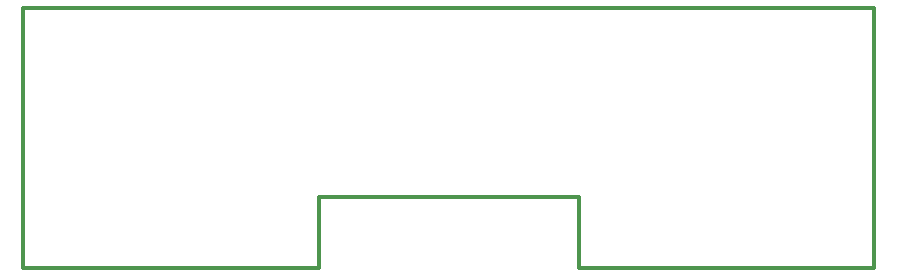
<source format=gbr>
%TF.GenerationSoftware,KiCad,Pcbnew,7.0.10-7.0.10~ubuntu22.04.1*%
%TF.CreationDate,2024-08-03T23:28:12-07:00*%
%TF.ProjectId,calc,63686561-7469-46e6-972d-63616c632e6b,rev?*%
%TF.SameCoordinates,Original*%
%TF.FileFunction,Profile,NP*%
%FSLAX46Y46*%
G04 Gerber Fmt 4.6, Leading zero omitted, Abs format (unit mm)*
G04 Created by KiCad (PCBNEW 7.0.10-7.0.10~ubuntu22.04.1) date 2024-08-03 23:28:12*
%MOMM*%
%LPD*%
G01*
G04 APERTURE LIST*
%TA.AperFunction,Profile*%
%ADD10C,0.357380*%
%TD*%
G04 APERTURE END LIST*
D10*
X110344013Y-52070000D02*
X85344000Y-52070000D01*
X132344217Y-52070000D02*
X110344013Y-52070000D01*
X157344263Y-52070000D02*
X132344217Y-52070000D01*
X157344263Y-74070204D02*
X157344263Y-52070000D01*
X132344233Y-74070204D02*
X157344263Y-74070204D01*
X132344233Y-68070051D02*
X132344233Y-74070204D01*
X110344021Y-68070051D02*
X132344233Y-68070051D01*
X110344021Y-74070204D02*
X110344021Y-68070051D01*
X85344000Y-74070204D02*
X110344021Y-74070204D01*
X85344000Y-52070000D02*
X85344000Y-74070204D01*
M02*

</source>
